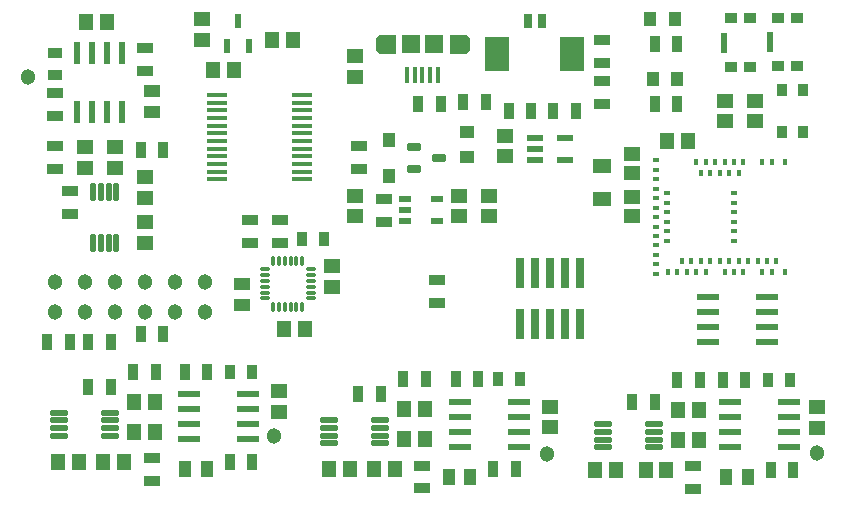
<source format=gbr>
%TF.GenerationSoftware,KiCad,Pcbnew,7.0.10*%
%TF.CreationDate,2024-11-19T10:35:13-08:00*%
%TF.ProjectId,pcb,7063622e-6b69-4636-9164-5f7063625858,rev?*%
%TF.SameCoordinates,Original*%
%TF.FileFunction,Paste,Top*%
%TF.FilePolarity,Positive*%
%FSLAX46Y46*%
G04 Gerber Fmt 4.6, Leading zero omitted, Abs format (unit mm)*
G04 Created by KiCad (PCBNEW 7.0.10) date 2024-11-19 10:35:13*
%MOMM*%
%LPD*%
G01*
G04 APERTURE LIST*
G04 Aperture macros list*
%AMRoundRect*
0 Rectangle with rounded corners*
0 $1 Rounding radius*
0 $2 $3 $4 $5 $6 $7 $8 $9 X,Y pos of 4 corners*
0 Add a 4 corners polygon primitive as box body*
4,1,4,$2,$3,$4,$5,$6,$7,$8,$9,$2,$3,0*
0 Add four circle primitives for the rounded corners*
1,1,$1+$1,$2,$3*
1,1,$1+$1,$4,$5*
1,1,$1+$1,$6,$7*
1,1,$1+$1,$8,$9*
0 Add four rect primitives between the rounded corners*
20,1,$1+$1,$2,$3,$4,$5,0*
20,1,$1+$1,$4,$5,$6,$7,0*
20,1,$1+$1,$6,$7,$8,$9,0*
20,1,$1+$1,$8,$9,$2,$3,0*%
G04 Aperture macros list end*
%ADD10C,0.010000*%
%ADD11O,1.291000X1.316000*%
%ADD12R,1.470000X1.160000*%
%ADD13R,1.160000X1.470000*%
%ADD14R,0.855600X1.250000*%
%ADD15R,1.200000X1.100000*%
%ADD16R,0.920000X1.380000*%
%ADD17R,1.117600X1.447800*%
%ADD18R,1.380000X0.920000*%
%ADD19R,1.250000X0.855600*%
%ADD20R,1.320800X0.508000*%
%ADD21R,1.380000X1.050000*%
%ADD22RoundRect,0.076250X-0.513750X-0.228750X0.513750X-0.228750X0.513750X0.228750X-0.513750X0.228750X0*%
%ADD23RoundRect,0.060000X-0.675000X-0.180000X0.675000X-0.180000X0.675000X0.180000X-0.675000X0.180000X0*%
%ADD24R,1.100000X1.200000*%
%ADD25R,1.970000X0.570000*%
%ADD26RoundRect,0.060000X0.180000X-0.675000X0.180000X0.675000X-0.180000X0.675000X-0.180000X-0.675000X0*%
%ADD27R,1.449997X1.305598*%
%ADD28R,0.570000X1.970000*%
%ADD29R,0.800000X1.300000*%
%ADD30R,2.100000X3.000000*%
%ADD31R,1.092200X1.143000*%
%ADD32R,0.400000X0.600000*%
%ADD33R,0.600000X0.400000*%
%ADD34R,1.600200X1.168400*%
%ADD35R,0.760000X2.600000*%
%ADD36R,0.990600X0.889000*%
%ADD37R,0.558800X1.701800*%
%ADD38RoundRect,0.075000X-0.350000X-0.075000X0.350000X-0.075000X0.350000X0.075000X-0.350000X0.075000X0*%
%ADD39RoundRect,0.075000X0.075000X-0.350000X0.075000X0.350000X-0.075000X0.350000X-0.075000X-0.350000X0*%
%ADD40R,1.447800X1.117600*%
%ADD41R,1.663700X0.431800*%
%ADD42R,0.850000X1.000000*%
%ADD43R,0.558800X1.193800*%
%ADD44R,0.400000X1.350000*%
%ADD45R,1.500000X1.550000*%
%ADD46R,1.003300X0.508000*%
G04 APERTURE END LIST*
%TO.C,J1*%
D10*
X166064317Y-88290340D02*
X166090317Y-88292340D01*
X166116317Y-88295340D01*
X166142317Y-88300340D01*
X166167317Y-88306340D01*
X166193317Y-88313340D01*
X166217317Y-88322340D01*
X166241317Y-88332340D01*
X166265317Y-88343340D01*
X166288317Y-88356340D01*
X166310317Y-88370340D01*
X166332317Y-88384340D01*
X166353317Y-88400340D01*
X166373317Y-88417340D01*
X166392317Y-88435340D01*
X166410317Y-88454340D01*
X166427317Y-88474340D01*
X166443317Y-88495340D01*
X166457317Y-88517340D01*
X166471317Y-88539340D01*
X166484317Y-88562340D01*
X166495317Y-88586340D01*
X166505317Y-88610340D01*
X166514317Y-88634340D01*
X166521317Y-88660340D01*
X166527317Y-88685340D01*
X166532317Y-88711340D01*
X166535317Y-88737340D01*
X166537317Y-88763340D01*
X166538317Y-88789340D01*
X166538317Y-89339340D01*
X166537317Y-89365340D01*
X166535317Y-89391340D01*
X166532317Y-89417340D01*
X166527317Y-89443340D01*
X166521317Y-89468340D01*
X166514317Y-89494340D01*
X166505317Y-89518340D01*
X166495317Y-89542340D01*
X166484317Y-89566340D01*
X166471317Y-89589340D01*
X166457317Y-89611340D01*
X166443317Y-89633340D01*
X166427317Y-89654340D01*
X166410317Y-89674340D01*
X166392317Y-89693340D01*
X166373317Y-89711340D01*
X166353317Y-89728340D01*
X166332317Y-89744340D01*
X166310317Y-89758340D01*
X166288317Y-89772340D01*
X166265317Y-89785340D01*
X166241317Y-89796340D01*
X166217317Y-89806340D01*
X166193317Y-89815340D01*
X166167317Y-89822340D01*
X166142317Y-89828340D01*
X166116317Y-89833340D01*
X166090317Y-89836340D01*
X166064317Y-89838340D01*
X166038317Y-89839340D01*
X164893317Y-89839340D01*
X164893317Y-88289340D01*
X166038317Y-88289340D01*
X166064317Y-88290340D01*
G36*
X166064317Y-88290340D02*
G01*
X166090317Y-88292340D01*
X166116317Y-88295340D01*
X166142317Y-88300340D01*
X166167317Y-88306340D01*
X166193317Y-88313340D01*
X166217317Y-88322340D01*
X166241317Y-88332340D01*
X166265317Y-88343340D01*
X166288317Y-88356340D01*
X166310317Y-88370340D01*
X166332317Y-88384340D01*
X166353317Y-88400340D01*
X166373317Y-88417340D01*
X166392317Y-88435340D01*
X166410317Y-88454340D01*
X166427317Y-88474340D01*
X166443317Y-88495340D01*
X166457317Y-88517340D01*
X166471317Y-88539340D01*
X166484317Y-88562340D01*
X166495317Y-88586340D01*
X166505317Y-88610340D01*
X166514317Y-88634340D01*
X166521317Y-88660340D01*
X166527317Y-88685340D01*
X166532317Y-88711340D01*
X166535317Y-88737340D01*
X166537317Y-88763340D01*
X166538317Y-88789340D01*
X166538317Y-89339340D01*
X166537317Y-89365340D01*
X166535317Y-89391340D01*
X166532317Y-89417340D01*
X166527317Y-89443340D01*
X166521317Y-89468340D01*
X166514317Y-89494340D01*
X166505317Y-89518340D01*
X166495317Y-89542340D01*
X166484317Y-89566340D01*
X166471317Y-89589340D01*
X166457317Y-89611340D01*
X166443317Y-89633340D01*
X166427317Y-89654340D01*
X166410317Y-89674340D01*
X166392317Y-89693340D01*
X166373317Y-89711340D01*
X166353317Y-89728340D01*
X166332317Y-89744340D01*
X166310317Y-89758340D01*
X166288317Y-89772340D01*
X166265317Y-89785340D01*
X166241317Y-89796340D01*
X166217317Y-89806340D01*
X166193317Y-89815340D01*
X166167317Y-89822340D01*
X166142317Y-89828340D01*
X166116317Y-89833340D01*
X166090317Y-89836340D01*
X166064317Y-89838340D01*
X166038317Y-89839340D01*
X164893317Y-89839340D01*
X164893317Y-88289340D01*
X166038317Y-88289340D01*
X166064317Y-88290340D01*
G37*
X160293317Y-89839340D02*
X159148317Y-89839340D01*
X159122317Y-89838340D01*
X159096317Y-89836340D01*
X159070317Y-89833340D01*
X159044317Y-89828340D01*
X159019317Y-89822340D01*
X158993317Y-89815340D01*
X158969317Y-89806340D01*
X158945317Y-89796340D01*
X158921317Y-89785340D01*
X158898317Y-89772340D01*
X158876317Y-89758340D01*
X158854317Y-89744340D01*
X158833317Y-89728340D01*
X158813317Y-89711340D01*
X158794317Y-89693340D01*
X158776317Y-89674340D01*
X158759317Y-89654340D01*
X158743317Y-89633340D01*
X158729317Y-89611340D01*
X158715317Y-89589340D01*
X158702317Y-89566340D01*
X158691317Y-89542340D01*
X158681317Y-89518340D01*
X158672317Y-89494340D01*
X158665317Y-89468340D01*
X158659317Y-89443340D01*
X158654317Y-89417340D01*
X158651317Y-89391340D01*
X158649317Y-89365340D01*
X158648317Y-89339340D01*
X158648317Y-88789340D01*
X158649317Y-88763340D01*
X158651317Y-88737340D01*
X158654317Y-88711340D01*
X158659317Y-88685340D01*
X158665317Y-88660340D01*
X158672317Y-88634340D01*
X158681317Y-88610340D01*
X158691317Y-88586340D01*
X158702317Y-88562340D01*
X158715317Y-88539340D01*
X158729317Y-88517340D01*
X158743317Y-88495340D01*
X158759317Y-88474340D01*
X158776317Y-88454340D01*
X158794317Y-88435340D01*
X158813317Y-88417340D01*
X158833317Y-88400340D01*
X158854317Y-88384340D01*
X158876317Y-88370340D01*
X158898317Y-88356340D01*
X158921317Y-88343340D01*
X158945317Y-88332340D01*
X158969317Y-88322340D01*
X158993317Y-88313340D01*
X159019317Y-88306340D01*
X159044317Y-88300340D01*
X159070317Y-88295340D01*
X159096317Y-88292340D01*
X159122317Y-88290340D01*
X159148317Y-88289340D01*
X160293317Y-88289340D01*
X160293317Y-89839340D01*
G36*
X160293317Y-89839340D02*
G01*
X159148317Y-89839340D01*
X159122317Y-89838340D01*
X159096317Y-89836340D01*
X159070317Y-89833340D01*
X159044317Y-89828340D01*
X159019317Y-89822340D01*
X158993317Y-89815340D01*
X158969317Y-89806340D01*
X158945317Y-89796340D01*
X158921317Y-89785340D01*
X158898317Y-89772340D01*
X158876317Y-89758340D01*
X158854317Y-89744340D01*
X158833317Y-89728340D01*
X158813317Y-89711340D01*
X158794317Y-89693340D01*
X158776317Y-89674340D01*
X158759317Y-89654340D01*
X158743317Y-89633340D01*
X158729317Y-89611340D01*
X158715317Y-89589340D01*
X158702317Y-89566340D01*
X158691317Y-89542340D01*
X158681317Y-89518340D01*
X158672317Y-89494340D01*
X158665317Y-89468340D01*
X158659317Y-89443340D01*
X158654317Y-89417340D01*
X158651317Y-89391340D01*
X158649317Y-89365340D01*
X158648317Y-89339340D01*
X158648317Y-88789340D01*
X158649317Y-88763340D01*
X158651317Y-88737340D01*
X158654317Y-88711340D01*
X158659317Y-88685340D01*
X158665317Y-88660340D01*
X158672317Y-88634340D01*
X158681317Y-88610340D01*
X158691317Y-88586340D01*
X158702317Y-88562340D01*
X158715317Y-88539340D01*
X158729317Y-88517340D01*
X158743317Y-88495340D01*
X158759317Y-88474340D01*
X158776317Y-88454340D01*
X158794317Y-88435340D01*
X158813317Y-88417340D01*
X158833317Y-88400340D01*
X158854317Y-88384340D01*
X158876317Y-88370340D01*
X158898317Y-88356340D01*
X158921317Y-88343340D01*
X158945317Y-88332340D01*
X158969317Y-88322340D01*
X158993317Y-88313340D01*
X159019317Y-88306340D01*
X159044317Y-88300340D01*
X159070317Y-88295340D01*
X159096317Y-88292340D01*
X159122317Y-88290340D01*
X159148317Y-88289340D01*
X160293317Y-88289340D01*
X160293317Y-89839340D01*
G37*
%TD*%
D11*
%TO.C,U19*%
X196000000Y-123730000D03*
%TD*%
%TO.C,U18*%
X173150000Y-123810000D03*
%TD*%
%TO.C,U17*%
X129180000Y-91840000D03*
%TD*%
%TO.C,U16*%
X150050000Y-122230000D03*
%TD*%
D12*
%TO.C,C45*%
X143970000Y-86965000D03*
X143970000Y-88715000D03*
%TD*%
D13*
%TO.C,C44*%
X144885000Y-91310000D03*
X146635000Y-91310000D03*
%TD*%
%TO.C,C43*%
X151615000Y-88770000D03*
X149865000Y-88770000D03*
%TD*%
D14*
%TO.C,C22*%
X168959400Y-117475000D03*
X170815000Y-117475000D03*
%TD*%
D15*
%TO.C,D3*%
X166370000Y-96520000D03*
X166370000Y-98620000D03*
%TD*%
D16*
%TO.C,R3*%
X180335000Y-119405000D03*
X182245000Y-119405000D03*
%TD*%
D14*
%TO.C,C32*%
X191862200Y-117500000D03*
X193717800Y-117500000D03*
%TD*%
D13*
%TO.C,C4*%
X162800000Y-122555000D03*
X161050000Y-122555000D03*
%TD*%
D17*
%TO.C,C33*%
X188328300Y-125730000D03*
X190131700Y-125730000D03*
%TD*%
D13*
%TO.C,C15*%
X162800000Y-120015000D03*
X161050000Y-120015000D03*
%TD*%
%TO.C,C19*%
X158510000Y-125095000D03*
X160260000Y-125095000D03*
%TD*%
D12*
%TO.C,C28*%
X139065000Y-105890000D03*
X139065000Y-104140000D03*
%TD*%
D13*
%TO.C,C2*%
X152640000Y-113194340D03*
X150890000Y-113194340D03*
%TD*%
D18*
%TO.C,R26*%
X150495000Y-103984340D03*
X150495000Y-105894340D03*
%TD*%
D19*
%TO.C,C29*%
X131445000Y-91732800D03*
X131445000Y-89877200D03*
%TD*%
D18*
%TO.C,R11*%
X185485000Y-124800000D03*
X185485000Y-126710000D03*
%TD*%
D20*
%TO.C,U8*%
X172085000Y-97004339D03*
X172085000Y-97954340D03*
X172085000Y-98904341D03*
X174675800Y-98904341D03*
X174675800Y-97004339D03*
%TD*%
D21*
%TO.C,C1*%
X147320000Y-111200140D03*
X147320000Y-109424140D03*
%TD*%
D16*
%TO.C,R22*%
X138745000Y-113665000D03*
X140655000Y-113665000D03*
%TD*%
%TO.C,R9*%
X169894117Y-94779340D03*
X171804117Y-94779340D03*
%TD*%
D22*
%TO.C,Q3*%
X161908317Y-97789340D03*
X161908317Y-99619340D03*
X163958317Y-98704340D03*
%TD*%
D16*
%TO.C,R20*%
X138745000Y-98030000D03*
X140655000Y-98030000D03*
%TD*%
D23*
%TO.C,U5*%
X154695000Y-120945000D03*
X154695000Y-121595000D03*
X154695000Y-122245000D03*
X154695000Y-122895000D03*
X158995000Y-122895000D03*
X158995000Y-122245000D03*
X158995000Y-121595000D03*
X158995000Y-120945000D03*
%TD*%
D12*
%TO.C,C38*%
X154940000Y-107874340D03*
X154940000Y-109624340D03*
%TD*%
D16*
%TO.C,R13*%
X162880000Y-117475000D03*
X160970000Y-117475000D03*
%TD*%
D24*
%TO.C,D1*%
X183954117Y-86995000D03*
X181854117Y-86995000D03*
%TD*%
D25*
%TO.C,U15*%
X188660000Y-119405000D03*
X188660000Y-120675000D03*
X188660000Y-121945000D03*
X188660000Y-123215000D03*
X193610000Y-123215000D03*
X193610000Y-121945000D03*
X193610000Y-120675000D03*
X193610000Y-119405000D03*
%TD*%
D26*
%TO.C,U10*%
X134739201Y-105917550D03*
X135389201Y-105917550D03*
X136039201Y-105917550D03*
X136689201Y-105917550D03*
X136689201Y-101617550D03*
X136039201Y-101617550D03*
X135389201Y-101617550D03*
X134739201Y-101617550D03*
%TD*%
D16*
%TO.C,R17*%
X165415000Y-117475000D03*
X167325000Y-117475000D03*
%TD*%
D27*
%TO.C,C6*%
X180374117Y-102063742D03*
X180374117Y-103669340D03*
%TD*%
D18*
%TO.C,R19*%
X132715000Y-103430000D03*
X132715000Y-101520000D03*
%TD*%
D16*
%TO.C,R6*%
X182274117Y-89064340D03*
X184184117Y-89064340D03*
%TD*%
%TO.C,R2*%
X166050000Y-93980000D03*
X167960000Y-93980000D03*
%TD*%
%TO.C,R34*%
X146285000Y-124446400D03*
X148195000Y-124446400D03*
%TD*%
D13*
%TO.C,C17*%
X177240000Y-125120000D03*
X178990000Y-125120000D03*
%TD*%
D16*
%TO.C,R14*%
X157160000Y-118745000D03*
X159070000Y-118745000D03*
%TD*%
D13*
%TO.C,C34*%
X139925000Y-119366400D03*
X138175000Y-119366400D03*
%TD*%
%TO.C,C16*%
X185975000Y-122580000D03*
X184225000Y-122580000D03*
%TD*%
D16*
%TO.C,R16*%
X168590000Y-125095000D03*
X170500000Y-125095000D03*
%TD*%
D28*
%TO.C,U11*%
X133350000Y-94790000D03*
X134620000Y-94790000D03*
X135890000Y-94790000D03*
X137160000Y-94790000D03*
X137160000Y-89840000D03*
X135890000Y-89840000D03*
X134620000Y-89840000D03*
X133350000Y-89840000D03*
%TD*%
D12*
%TO.C,C7*%
X190731617Y-95611840D03*
X190731617Y-93861840D03*
%TD*%
D27*
%TO.C,C5*%
X180374117Y-100027139D03*
X180374117Y-98421541D03*
%TD*%
D29*
%TO.C,J2*%
X171494117Y-87159340D03*
X172744117Y-87159340D03*
D30*
X168944117Y-89909340D03*
X175294117Y-89909340D03*
%TD*%
D16*
%TO.C,R5*%
X134300000Y-114300000D03*
X136210000Y-114300000D03*
%TD*%
D18*
%TO.C,R36*%
X159368317Y-102230000D03*
X159368317Y-104140000D03*
%TD*%
D16*
%TO.C,R28*%
X188025000Y-117500000D03*
X189935000Y-117500000D03*
%TD*%
D17*
%TO.C,C23*%
X164833300Y-125730000D03*
X166636700Y-125730000D03*
%TD*%
D18*
%TO.C,R30*%
X131445000Y-95175000D03*
X131445000Y-93265000D03*
%TD*%
D12*
%TO.C,C13*%
X169545000Y-96839340D03*
X169545000Y-98589340D03*
%TD*%
D24*
%TO.C,D4*%
X184184117Y-92075000D03*
X182084117Y-92075000D03*
%TD*%
D25*
%TO.C,U13*%
X142860000Y-118731400D03*
X142860000Y-120001400D03*
X142860000Y-121271400D03*
X142860000Y-122541400D03*
X147810000Y-122541400D03*
X147810000Y-121271400D03*
X147810000Y-120001400D03*
X147810000Y-118731400D03*
%TD*%
D13*
%TO.C,C36*%
X133510000Y-124446400D03*
X131760000Y-124446400D03*
%TD*%
D31*
%TO.C,D2*%
X159758317Y-97167640D03*
X159758317Y-100241040D03*
%TD*%
D12*
%TO.C,C10*%
X168258317Y-103669340D03*
X168258317Y-101919340D03*
%TD*%
D16*
%TO.C,R10*%
X182274117Y-94144340D03*
X184184117Y-94144340D03*
%TD*%
%TO.C,R35*%
X142475000Y-116826400D03*
X144385000Y-116826400D03*
%TD*%
D18*
%TO.C,R18*%
X131445000Y-97710000D03*
X131445000Y-99620000D03*
%TD*%
D12*
%TO.C,C8*%
X156845000Y-91844340D03*
X156845000Y-90094340D03*
%TD*%
D16*
%TO.C,R29*%
X192085000Y-125120000D03*
X193995000Y-125120000D03*
%TD*%
D18*
%TO.C,R25*%
X147955000Y-103984340D03*
X147955000Y-105894340D03*
%TD*%
%TO.C,R38*%
X177834117Y-92239340D03*
X177834117Y-94149340D03*
%TD*%
D32*
%TO.C,MDBT1*%
X193270000Y-99079340D03*
X192170000Y-99079340D03*
X191370000Y-99079340D03*
X189770000Y-99079340D03*
X189370000Y-99979340D03*
X188970000Y-99079340D03*
X188570000Y-99979340D03*
X188170000Y-99079340D03*
X187770000Y-99979340D03*
X187370000Y-99079340D03*
X186970000Y-99979340D03*
X186570000Y-99079340D03*
X186170000Y-99979340D03*
X185770000Y-99079340D03*
D33*
X182370000Y-98929340D03*
X182370000Y-99729340D03*
X182370000Y-100529340D03*
X182370000Y-101329340D03*
X183270000Y-101729340D03*
X182370000Y-102129340D03*
X183270000Y-102529340D03*
X182370000Y-102929340D03*
X183270000Y-103329340D03*
X182370000Y-103729340D03*
X183270000Y-104129340D03*
X182370000Y-104529340D03*
X183270000Y-104929340D03*
X182370000Y-105329340D03*
X183270000Y-105729340D03*
X182370000Y-106129340D03*
X182370000Y-106929340D03*
X182370000Y-107729340D03*
X182370000Y-108529340D03*
D32*
X183370000Y-108379340D03*
X184170000Y-108379340D03*
X184570000Y-107479340D03*
X184970000Y-108379340D03*
X185370000Y-107479340D03*
X185770000Y-108379340D03*
X186170000Y-107479340D03*
X186570000Y-108379340D03*
X186970000Y-107479340D03*
X187770000Y-107479340D03*
X188170000Y-108379340D03*
X188570000Y-107479340D03*
X188970000Y-108379340D03*
X189370000Y-107479340D03*
X189770000Y-108379340D03*
X190170000Y-107479340D03*
X190970000Y-107479340D03*
X191370000Y-108379340D03*
X191770000Y-107479340D03*
X192170000Y-108379340D03*
X192570000Y-107479340D03*
X193270000Y-108379340D03*
D33*
X188970000Y-101729340D03*
X188970000Y-102529340D03*
X188970000Y-103329340D03*
X188970000Y-104129340D03*
X188970000Y-104929340D03*
X188970000Y-105729340D03*
%TD*%
D34*
%TO.C,Y1*%
X177834117Y-99371342D03*
X177834117Y-102216142D03*
%TD*%
D35*
%TO.C,X1*%
X175929117Y-108504340D03*
X175929117Y-112804340D03*
X174659117Y-108504340D03*
X174659117Y-112804340D03*
X173389117Y-108504340D03*
X173389117Y-112804340D03*
X172119117Y-108504340D03*
X172119117Y-112804340D03*
X170849117Y-108504340D03*
X170849117Y-112804340D03*
%TD*%
D36*
%TO.C,SW2*%
X192680000Y-90969996D03*
X192680000Y-86870000D03*
X194280002Y-90969996D03*
X194280002Y-86870000D03*
D37*
X192055000Y-88919998D03*
%TD*%
D11*
%TO.C,U3*%
X131445000Y-109220000D03*
X131445000Y-111760000D03*
X133985000Y-109220000D03*
X133985000Y-111760000D03*
X136525000Y-109220000D03*
X136525000Y-111760000D03*
X139065000Y-109220000D03*
X139065000Y-111760000D03*
X141605000Y-109220000D03*
X141605000Y-111760000D03*
X144145000Y-109220000D03*
X144145000Y-111760000D03*
%TD*%
D16*
%TO.C,R32*%
X134285000Y-118096400D03*
X136195000Y-118096400D03*
%TD*%
D18*
%TO.C,R33*%
X139685000Y-124126400D03*
X139685000Y-126036400D03*
%TD*%
D16*
%TO.C,R12*%
X186055000Y-117500000D03*
X184145000Y-117500000D03*
%TD*%
D18*
%TO.C,R27*%
X163864117Y-109064340D03*
X163864117Y-110974340D03*
%TD*%
D12*
%TO.C,C20*%
X173355000Y-119775000D03*
X173355000Y-121525000D03*
%TD*%
D18*
%TO.C,R7*%
X157218317Y-97749340D03*
X157218317Y-99659340D03*
%TD*%
D13*
%TO.C,C18*%
X185975000Y-120040000D03*
X184225000Y-120040000D03*
%TD*%
D36*
%TO.C,SW1*%
X188709998Y-90999996D03*
X188709998Y-86900000D03*
X190310000Y-90999996D03*
X190310000Y-86900000D03*
D37*
X188084998Y-88949998D03*
%TD*%
D38*
%TO.C,U1*%
X149225000Y-108114340D03*
X149225000Y-108614340D03*
X149225000Y-109114340D03*
X149225000Y-109614340D03*
X149225000Y-110114340D03*
X149225000Y-110614340D03*
D39*
X149925000Y-111314340D03*
X150425000Y-111314340D03*
X150925000Y-111314340D03*
X151425000Y-111314340D03*
X151925000Y-111314340D03*
X152425000Y-111314340D03*
D38*
X153125000Y-110614340D03*
X153125000Y-110114340D03*
X153125000Y-109614340D03*
X153125000Y-109114340D03*
X153125000Y-108614340D03*
X153125000Y-108114340D03*
D39*
X152425000Y-107414340D03*
X151925000Y-107414340D03*
X151425000Y-107414340D03*
X150925000Y-107414340D03*
X150425000Y-107414340D03*
X149925000Y-107414340D03*
%TD*%
D16*
%TO.C,R8*%
X173678717Y-94779340D03*
X175588717Y-94779340D03*
%TD*%
D12*
%TO.C,C3*%
X196030000Y-119800000D03*
X196030000Y-121550000D03*
%TD*%
D25*
%TO.C,IC1*%
X186789117Y-110490000D03*
X186789117Y-111760000D03*
X186789117Y-113030000D03*
X186789117Y-114300000D03*
X191739117Y-114300000D03*
X191739117Y-113030000D03*
X191739117Y-111760000D03*
X191739117Y-110490000D03*
%TD*%
D13*
%TO.C,C35*%
X135570000Y-124446400D03*
X137320000Y-124446400D03*
%TD*%
D12*
%TO.C,C40*%
X150415000Y-120241400D03*
X150415000Y-118491400D03*
%TD*%
D18*
%TO.C,R21*%
X139065000Y-91365000D03*
X139065000Y-89455000D03*
%TD*%
D12*
%TO.C,C9*%
X188191617Y-95611840D03*
X188191617Y-93861840D03*
%TD*%
D23*
%TO.C,U12*%
X131820000Y-120296400D03*
X131820000Y-120946400D03*
X131820000Y-121596400D03*
X131820000Y-122246400D03*
X136120000Y-122246400D03*
X136120000Y-121596400D03*
X136120000Y-120946400D03*
X136120000Y-120296400D03*
%TD*%
D12*
%TO.C,C14*%
X165718317Y-103669340D03*
X165718317Y-101919340D03*
%TD*%
D13*
%TO.C,C37*%
X183250000Y-125120000D03*
X181500000Y-125120000D03*
%TD*%
D25*
%TO.C,U9*%
X165800000Y-119380000D03*
X165800000Y-120650000D03*
X165800000Y-121920000D03*
X165800000Y-123190000D03*
X170750000Y-123190000D03*
X170750000Y-121920000D03*
X170750000Y-120650000D03*
X170750000Y-119380000D03*
%TD*%
D40*
%TO.C,C30*%
X139700000Y-94855000D03*
X139700000Y-93051600D03*
%TD*%
D14*
%TO.C,C39*%
X152400000Y-105574340D03*
X154255600Y-105574340D03*
%TD*%
D18*
%TO.C,R37*%
X177834117Y-88744340D03*
X177834117Y-90654340D03*
%TD*%
%TO.C,R15*%
X162560000Y-124775000D03*
X162560000Y-126685000D03*
%TD*%
D41*
%TO.C,U6*%
X152434117Y-93389340D03*
X152434117Y-94039341D03*
X152434117Y-94689340D03*
X152434117Y-95339341D03*
X152434117Y-95989340D03*
X152434117Y-96639341D03*
X152434117Y-97289340D03*
X152434117Y-97939338D03*
X152434117Y-98589340D03*
X152434117Y-99239338D03*
X152434117Y-99889339D03*
X152434117Y-100539338D03*
X145182417Y-100539338D03*
X145182417Y-99889337D03*
X145182417Y-99239338D03*
X145182417Y-98589337D03*
X145182417Y-97939338D03*
X145182417Y-97289337D03*
X145182417Y-96639338D03*
X145182417Y-95989337D03*
X145182417Y-95339338D03*
X145182417Y-94689337D03*
X145182417Y-94039339D03*
X145182417Y-93389340D03*
%TD*%
D16*
%TO.C,R1*%
X162240000Y-94144340D03*
X164150000Y-94144340D03*
%TD*%
D42*
%TO.C,D5*%
X193031617Y-96486840D03*
X194781617Y-96486840D03*
X194781617Y-92986840D03*
X193031617Y-92986840D03*
%TD*%
D43*
%TO.C,U14*%
X146050000Y-89250000D03*
X147950002Y-89250000D03*
X147000001Y-87091000D03*
%TD*%
D16*
%TO.C,R31*%
X140005000Y-116840000D03*
X138095000Y-116840000D03*
%TD*%
D13*
%TO.C,C27*%
X134140000Y-87235000D03*
X135890000Y-87235000D03*
%TD*%
D12*
%TO.C,C12*%
X156845000Y-103669340D03*
X156845000Y-101919340D03*
%TD*%
D13*
%TO.C,C31*%
X139925000Y-121906400D03*
X138175000Y-121906400D03*
%TD*%
%TO.C,C11*%
X183309117Y-97319340D03*
X185059117Y-97319340D03*
%TD*%
D44*
%TO.C,J1*%
X163893317Y-91739340D03*
X163243317Y-91739340D03*
X162593317Y-91739340D03*
X161943317Y-91739340D03*
X161293317Y-91739340D03*
D45*
X161593317Y-89064340D03*
X163593317Y-89064340D03*
%TD*%
D12*
%TO.C,C25*%
X133985000Y-97790000D03*
X133985000Y-99540000D03*
%TD*%
D16*
%TO.C,R4*%
X130805000Y-114300000D03*
X132715000Y-114300000D03*
%TD*%
D13*
%TO.C,C21*%
X154700000Y-125095000D03*
X156450000Y-125095000D03*
%TD*%
D12*
%TO.C,C24*%
X136525000Y-97790000D03*
X136525000Y-99540000D03*
%TD*%
D46*
%TO.C,U7*%
X161108217Y-102159340D03*
X161108217Y-103109341D03*
X161108217Y-104059342D03*
X163813317Y-104059342D03*
X163813317Y-102159340D03*
%TD*%
D23*
%TO.C,U4*%
X177870000Y-121280000D03*
X177870000Y-121930000D03*
X177870000Y-122580000D03*
X177870000Y-123230000D03*
X182170000Y-123230000D03*
X182170000Y-122580000D03*
X182170000Y-121930000D03*
X182170000Y-121280000D03*
%TD*%
D14*
%TO.C,C41*%
X146312200Y-116826400D03*
X148167800Y-116826400D03*
%TD*%
D17*
%TO.C,C42*%
X142528300Y-125095000D03*
X144331700Y-125095000D03*
%TD*%
D12*
%TO.C,C26*%
X139065000Y-102080000D03*
X139065000Y-100330000D03*
%TD*%
M02*

</source>
